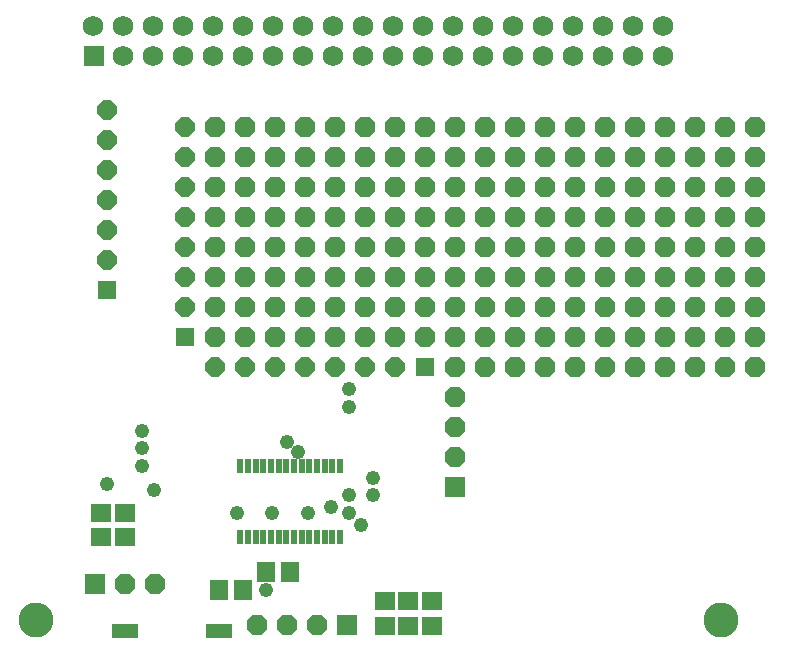
<source format=gts>
G75*
%MOIN*%
%OFA0B0*%
%FSLAX25Y25*%
%IPPOS*%
%LPD*%
%AMOC8*
5,1,8,0,0,1.08239X$1,22.5*
%
%ADD10C,0.11627*%
%ADD11R,0.06800X0.06800*%
%ADD12C,0.06800*%
%ADD13OC8,0.06343*%
%ADD14R,0.06343X0.06343*%
%ADD15R,0.02178X0.04737*%
%ADD16R,0.01378X0.03937*%
%ADD17R,0.06706X0.06312*%
%ADD18R,0.05906X0.05512*%
%ADD19R,0.06737X0.06737*%
%ADD20OC8,0.06737*%
%ADD21R,0.06312X0.06706*%
%ADD22R,0.05512X0.05906*%
%ADD23R,0.08674X0.04737*%
%ADD24R,0.07874X0.03937*%
%ADD25C,0.04762*%
%ADD26OC8,0.06706*%
D10*
X0018780Y0018780D03*
X0247126Y0018780D03*
D11*
X0037953Y0206693D03*
D12*
X0047900Y0206700D03*
X0047900Y0216700D03*
X0037900Y0216700D03*
X0057900Y0216700D03*
X0067900Y0216700D03*
X0067900Y0206700D03*
X0057900Y0206700D03*
X0077900Y0206700D03*
X0087900Y0206700D03*
X0097900Y0206700D03*
X0097900Y0216700D03*
X0087900Y0216700D03*
X0077900Y0216700D03*
X0107900Y0216700D03*
X0117900Y0216700D03*
X0117900Y0206700D03*
X0107900Y0206700D03*
X0127900Y0206700D03*
X0137900Y0206700D03*
X0137900Y0216700D03*
X0127900Y0216700D03*
X0147900Y0216700D03*
X0157900Y0216700D03*
X0157900Y0206700D03*
X0147900Y0206700D03*
X0167900Y0206700D03*
X0177900Y0206700D03*
X0177900Y0216700D03*
X0167900Y0216700D03*
X0187900Y0216700D03*
X0197900Y0216700D03*
X0197900Y0206700D03*
X0187900Y0206700D03*
X0207900Y0206700D03*
X0217900Y0206700D03*
X0217900Y0216700D03*
X0207900Y0216700D03*
X0227900Y0216700D03*
X0227900Y0206700D03*
D13*
X0138543Y0102835D03*
X0128543Y0102835D03*
X0118543Y0102835D03*
X0108543Y0102835D03*
X0098543Y0102835D03*
X0088543Y0102835D03*
X0078543Y0102835D03*
X0068543Y0122835D03*
X0068543Y0132835D03*
X0068543Y0142835D03*
X0068543Y0152835D03*
X0068543Y0162835D03*
X0068543Y0172835D03*
X0068543Y0182835D03*
X0042402Y0178543D03*
X0042402Y0168543D03*
X0042402Y0158543D03*
X0042402Y0148543D03*
X0042402Y0138543D03*
X0042402Y0188543D03*
D14*
X0042402Y0128543D03*
X0068543Y0112835D03*
X0148543Y0102835D03*
D15*
X0120059Y0069961D03*
X0117500Y0069961D03*
X0114941Y0069961D03*
X0112382Y0069961D03*
X0109823Y0069961D03*
X0107264Y0069961D03*
X0104705Y0069961D03*
X0102146Y0069961D03*
X0099587Y0069961D03*
X0097028Y0069961D03*
X0094469Y0069961D03*
X0091909Y0069961D03*
X0089350Y0069961D03*
X0086791Y0069961D03*
X0086791Y0046339D03*
X0089350Y0046339D03*
X0091909Y0046339D03*
X0094469Y0046339D03*
X0097028Y0046339D03*
X0099587Y0046339D03*
X0102146Y0046339D03*
X0104705Y0046339D03*
X0107264Y0046339D03*
X0109823Y0046339D03*
X0112382Y0046339D03*
X0114941Y0046339D03*
X0117500Y0046339D03*
X0120059Y0046339D03*
D16*
X0120059Y0046339D03*
X0117500Y0046339D03*
X0114941Y0046339D03*
X0112382Y0046339D03*
X0109823Y0046339D03*
X0107264Y0046339D03*
X0104705Y0046339D03*
X0102146Y0046339D03*
X0099587Y0046339D03*
X0097028Y0046339D03*
X0094469Y0046339D03*
X0091909Y0046339D03*
X0089350Y0046339D03*
X0086791Y0046339D03*
X0086791Y0069961D03*
X0089350Y0069961D03*
X0091909Y0069961D03*
X0094469Y0069961D03*
X0097028Y0069961D03*
X0099587Y0069961D03*
X0102146Y0069961D03*
X0104705Y0069961D03*
X0107264Y0069961D03*
X0109823Y0069961D03*
X0112382Y0069961D03*
X0114941Y0069961D03*
X0117500Y0069961D03*
X0120059Y0069961D03*
D17*
X0134921Y0024783D03*
X0142795Y0024783D03*
X0150669Y0024783D03*
X0150669Y0016713D03*
X0142795Y0016713D03*
X0134921Y0016713D03*
X0048307Y0046240D03*
X0040433Y0046240D03*
X0040433Y0054311D03*
X0048307Y0054311D03*
D18*
X0048307Y0054311D03*
X0040433Y0054311D03*
X0040433Y0046240D03*
X0048307Y0046240D03*
X0134921Y0024783D03*
X0142795Y0024783D03*
X0150669Y0024783D03*
X0150669Y0016713D03*
X0142795Y0016713D03*
X0134921Y0016713D03*
D19*
X0122362Y0016811D03*
X0158543Y0062835D03*
X0038307Y0030591D03*
D20*
X0048307Y0030591D03*
X0058307Y0030591D03*
X0092362Y0016811D03*
X0102362Y0016811D03*
X0112362Y0016811D03*
X0158543Y0072835D03*
X0158543Y0082835D03*
X0158543Y0092835D03*
D21*
X0103524Y0034528D03*
X0095453Y0034528D03*
X0087776Y0028622D03*
X0079705Y0028622D03*
D22*
X0079705Y0028622D03*
X0087776Y0028622D03*
X0095453Y0034528D03*
X0103524Y0034528D03*
D23*
X0079803Y0014843D03*
X0048307Y0014843D03*
D24*
X0048307Y0014843D03*
X0079803Y0014843D03*
D25*
X0095551Y0028622D03*
X0097520Y0054213D03*
X0109331Y0054213D03*
X0117205Y0056181D03*
X0123110Y0054213D03*
X0127047Y0050276D03*
X0123110Y0060118D03*
X0130984Y0060118D03*
X0130984Y0066024D03*
X0105984Y0074685D03*
X0102244Y0077835D03*
X0123110Y0089646D03*
X0123110Y0095551D03*
X0085709Y0054213D03*
X0058150Y0062087D03*
X0054213Y0069961D03*
X0054213Y0075866D03*
X0054213Y0081772D03*
X0042402Y0064055D03*
D26*
X0078543Y0112835D03*
X0088543Y0112835D03*
X0098543Y0112835D03*
X0108543Y0112835D03*
X0118543Y0112835D03*
X0128543Y0112835D03*
X0138543Y0112835D03*
X0148543Y0112835D03*
X0158543Y0112835D03*
X0168543Y0112835D03*
X0178543Y0112835D03*
X0188543Y0112835D03*
X0198543Y0112835D03*
X0208543Y0112835D03*
X0218543Y0112835D03*
X0228543Y0112835D03*
X0238543Y0112835D03*
X0248543Y0112835D03*
X0258543Y0112835D03*
X0258543Y0102835D03*
X0248543Y0102835D03*
X0238543Y0102835D03*
X0228543Y0102835D03*
X0218543Y0102835D03*
X0208543Y0102835D03*
X0198543Y0102835D03*
X0188543Y0102835D03*
X0178543Y0102835D03*
X0168543Y0102835D03*
X0158543Y0102835D03*
X0158543Y0122835D03*
X0148543Y0122835D03*
X0138543Y0122835D03*
X0138543Y0132835D03*
X0148543Y0132835D03*
X0158543Y0132835D03*
X0158543Y0142835D03*
X0148543Y0142835D03*
X0138543Y0142835D03*
X0128543Y0142835D03*
X0118543Y0142835D03*
X0108543Y0142835D03*
X0098543Y0142835D03*
X0088543Y0142835D03*
X0078543Y0142835D03*
X0078543Y0132835D03*
X0088543Y0132835D03*
X0098543Y0132835D03*
X0108543Y0132835D03*
X0118543Y0132835D03*
X0128543Y0132835D03*
X0128543Y0122835D03*
X0118543Y0122835D03*
X0108543Y0122835D03*
X0098543Y0122835D03*
X0088543Y0122835D03*
X0078543Y0122835D03*
X0078543Y0152835D03*
X0088543Y0152835D03*
X0088543Y0162835D03*
X0078543Y0162835D03*
X0078543Y0172835D03*
X0088543Y0172835D03*
X0088543Y0182835D03*
X0078543Y0182835D03*
X0098543Y0182835D03*
X0108543Y0182835D03*
X0118543Y0182835D03*
X0128543Y0182835D03*
X0138543Y0182835D03*
X0148543Y0182835D03*
X0158543Y0182835D03*
X0168543Y0182835D03*
X0178543Y0182835D03*
X0188543Y0182835D03*
X0198543Y0182835D03*
X0208543Y0182835D03*
X0218543Y0182835D03*
X0228543Y0182835D03*
X0238543Y0182835D03*
X0248543Y0182835D03*
X0258543Y0182835D03*
X0258543Y0172835D03*
X0248543Y0172835D03*
X0238543Y0172835D03*
X0228543Y0172835D03*
X0218543Y0172835D03*
X0208543Y0172835D03*
X0198543Y0172835D03*
X0188543Y0172835D03*
X0178543Y0172835D03*
X0168543Y0172835D03*
X0158543Y0172835D03*
X0148543Y0172835D03*
X0138543Y0172835D03*
X0128543Y0172835D03*
X0118543Y0172835D03*
X0108543Y0172835D03*
X0098543Y0172835D03*
X0098543Y0162835D03*
X0108543Y0162835D03*
X0118543Y0162835D03*
X0128543Y0162835D03*
X0138543Y0162835D03*
X0148543Y0162835D03*
X0158543Y0162835D03*
X0168543Y0162835D03*
X0178543Y0162835D03*
X0188543Y0162835D03*
X0198543Y0162835D03*
X0208543Y0162835D03*
X0218543Y0162835D03*
X0228543Y0162835D03*
X0238543Y0162835D03*
X0248543Y0162835D03*
X0258543Y0162835D03*
X0258543Y0152835D03*
X0248543Y0152835D03*
X0238543Y0152835D03*
X0228543Y0152835D03*
X0218543Y0152835D03*
X0208543Y0152835D03*
X0198543Y0152835D03*
X0188543Y0152835D03*
X0178543Y0152835D03*
X0168543Y0152835D03*
X0158543Y0152835D03*
X0148543Y0152835D03*
X0138543Y0152835D03*
X0128543Y0152835D03*
X0118543Y0152835D03*
X0108543Y0152835D03*
X0098543Y0152835D03*
X0168543Y0142835D03*
X0178543Y0142835D03*
X0188543Y0142835D03*
X0198543Y0142835D03*
X0208543Y0142835D03*
X0218543Y0142835D03*
X0228543Y0142835D03*
X0238543Y0142835D03*
X0248543Y0142835D03*
X0258543Y0142835D03*
X0258543Y0132835D03*
X0248543Y0132835D03*
X0238543Y0132835D03*
X0228543Y0132835D03*
X0218543Y0132835D03*
X0208543Y0132835D03*
X0198543Y0132835D03*
X0188543Y0132835D03*
X0178543Y0132835D03*
X0168543Y0132835D03*
X0168543Y0122835D03*
X0178543Y0122835D03*
X0188543Y0122835D03*
X0198543Y0122835D03*
X0208543Y0122835D03*
X0218543Y0122835D03*
X0228543Y0122835D03*
X0238543Y0122835D03*
X0248543Y0122835D03*
X0258543Y0122835D03*
M02*

</source>
